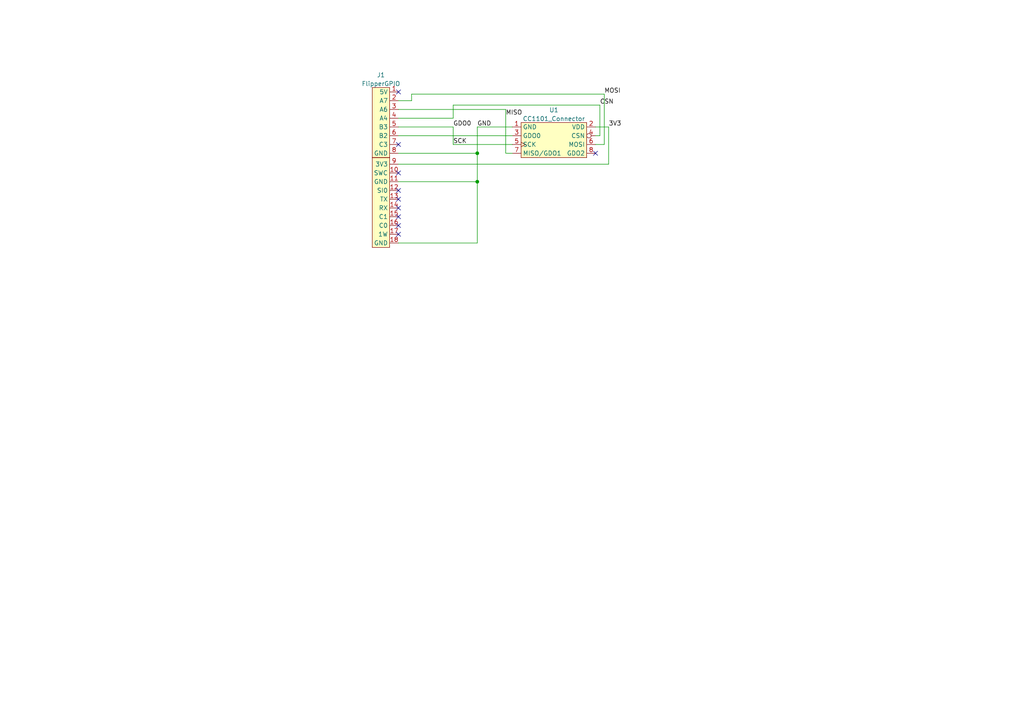
<source format=kicad_sch>
(kicad_sch (version 20211123) (generator eeschema)
  (paper "A4")
  (lib_symbols
    (symbol "Flipper:CC1101_Connector"
      (property "Reference" "U" (at 0 6.35 0))
      (property "Value" "CC1101_Connector" (at 0 3.81 0))
      (symbol "CC1101_Connector_0_0"
        (pin passive line (at -12.7 0 0) (length 2.54) (name "GND") (number "1"))
        (pin power_in line (at 11.43 0 180) (length 2.54) (name "VDD") (number "2"))
        (pin output line (at -12.7 -2.54 0) (length 2.54) (name "GDO0") (number "3"))
        (pin input inverted (at 11.43 -2.54 180) (length 2.54) (name "CSN") (number "4"))
        (pin input clock (at -12.7 -5.08 0) (length 2.54) (name "SCK") (number "5"))
        (pin input line (at 11.43 -5.08 180) (length 2.54) (name "MOSI") (number "6"))
        (pin output line (at -12.7 -7.62 0) (length 2.54) (name "MISO/GDO1") (number "7"))
        (pin output line (at 11.43 -7.62 180) (length 2.54) (name "GDO2") (number "8"))
      )
      (symbol "CC1101_Connector_0_1"
        (rectangle (start -10.16 1.27) (end 8.89 -8.89) (stroke (width 0.1524)) (fill (type background)))
      )
    )
    (symbol "Flipper:FlipperGPIO"
      (property "Reference" "J" (at 0 5.08 0))
      (property "Value" "FlipperGPIO" (at 0 3.175 0))
      (symbol "FlipperGPIO_0_0"
        (pin power_out line (at 2.54 0 180) (length 2.54) (name "5V") (number "1"))
        (pin bidirectional line (at 2.54 -23.495 180) (length 2.54) (name "SWC") (number "10"))
        (pin passive line (at 2.54 -26.035 180) (length 2.54) (name "GND") (number "11"))
        (pin bidirectional line (at 2.54 -28.575 180) (length 2.54) (name "SI0") (number "12"))
        (pin output line (at 2.54 -31.115 180) (length 2.54) (name "TX") (number "13"))
        (pin input line (at 2.54 -33.655 180) (length 2.54) (name "RX") (number "14"))
        (pin bidirectional line (at 2.54 -36.195 180) (length 2.54) (name "C1") (number "15"))
        (pin bidirectional line (at 2.54 -38.735 180) (length 2.54) (name "C0") (number "16"))
        (pin bidirectional line (at 2.54 -41.275 180) (length 2.54) (name "1W") (number "17"))
        (pin passive line (at 2.54 -43.815 180) (length 2.54) (name "GND") (number "18"))
        (pin bidirectional line (at 2.54 -2.54 180) (length 2.54) (name "A7") (number "2"))
        (pin bidirectional line (at 2.54 -5.08 180) (length 2.54) (name "A6") (number "3"))
        (pin bidirectional line (at 2.54 -7.62 180) (length 2.54) (name "A4") (number "4"))
        (pin bidirectional line (at 2.54 -10.16 180) (length 2.54) (name "B3") (number "5"))
        (pin bidirectional line (at 2.54 -12.7 180) (length 2.54) (name "B2") (number "6"))
        (pin bidirectional line (at 2.54 -15.24 180) (length 2.54) (name "C3") (number "7"))
        (pin passive line (at 2.54 -17.78 180) (length 2.54) (name "GND") (number "8"))
        (pin power_out line (at 2.54 -20.955 180) (length 2.54) (name "3V3") (number "9"))
      )
      (symbol "FlipperGPIO_0_1"
        (rectangle (start -5.08 -19.05) (end 0 -45.085) (stroke (width 0.1524)) (fill (type background)))
        (rectangle (start -5.08 1.27) (end 0 -19.05) (stroke (width 0.1524)) (fill (type background)))
      )
    )
  )
  (junction (at 138.43 44.45))
  (junction (at 138.43 52.705))
  (no_connect (at 115.57 65.405))
  (no_connect (at 115.57 57.785))
  (no_connect (at 115.57 67.945))
  (no_connect (at 115.57 55.245))
  (no_connect (at 115.57 62.865))
  (no_connect (at 115.57 60.325))
  (no_connect (at 115.57 50.165))
  (no_connect (at 115.57 26.67))
  (no_connect (at 115.57 41.91))
  (no_connect (at 172.72 44.45))
  (wire (pts (xy 148.59 36.83) (xy 138.43 36.83)))
  (wire (pts (xy 175.26 41.91) (xy 175.26 27.305)))
  (wire (pts (xy 115.57 52.705) (xy 138.43 52.705)))
  (wire (pts (xy 172.72 41.91) (xy 175.26 41.91)))
  (wire (pts (xy 115.57 39.37) (xy 148.59 39.37)))
  (wire (pts (xy 131.445 36.83) (xy 115.57 36.83)))
  (wire (pts (xy 131.445 34.29) (xy 115.57 34.29)))
  (wire (pts (xy 131.445 41.91) (xy 131.445 36.83)))
  (wire (pts (xy 119.38 27.305) (xy 119.38 29.21)))
  (wire (pts (xy 119.38 29.21) (xy 115.57 29.21)))
  (wire (pts (xy 138.43 44.45) (xy 115.57 44.45)))
  (wire (pts (xy 115.57 31.75) (xy 146.685 31.75)))
  (wire (pts (xy 146.685 31.75) (xy 146.685 44.45)))
  (wire (pts (xy 146.685 44.45) (xy 148.59 44.45)))
  (wire (pts (xy 175.26 27.305) (xy 119.38 27.305)))
  (wire (pts (xy 138.43 70.485) (xy 115.57 70.485)))
  (wire (pts (xy 138.43 44.45) (xy 138.43 52.705)))
  (wire (pts (xy 173.99 39.37) (xy 173.99 30.48)))
  (wire (pts (xy 173.99 30.48) (xy 131.445 30.48)))
  (wire (pts (xy 148.59 41.91) (xy 131.445 41.91)))
  (wire (pts (xy 138.43 52.705) (xy 138.43 70.485)))
  (wire (pts (xy 172.72 39.37) (xy 173.99 39.37)))
  (wire (pts (xy 131.445 30.48) (xy 131.445 34.29)))
  (wire (pts (xy 172.72 36.83) (xy 176.53 36.83)))
  (wire (pts (xy 138.43 36.83) (xy 138.43 44.45)))
  (wire (pts (xy 115.57 47.625) (xy 176.53 47.625)))
  (wire (pts (xy 176.53 47.625) (xy 176.53 36.83)))
  (label "GND" (at 138.43 36.83 0))
  (label "MISO" (at 146.685 33.655 0))
  (label "CSN" (at 173.99 30.48 0))
  (label "MOSI" (at 175.26 27.305 0))
  (label "GDO0" (at 131.445 36.83 0))
  (label "3V3" (at 176.53 36.83 0))
  (label "SCK" (at 131.445 41.91 0))
  (symbol (lib_id "Flipper:FlipperGPIO") (at 113.03 26.67 0) (unit 1)
    (property "Reference" "J1" (at 110.49 21.751 0))
    (property "Value" "FlipperGPIO" (at 110.49 24.2879 0))
    (property "Footprint" "Flipper:FlipperGPIO" (effects hide))
  )
  (symbol (lib_id "Flipper:CC1101_Connector") (at 161.29 36.83 0) (unit 1)
    (property "Reference" "U1" (at 160.655 31.911 0))
    (property "Value" "CC1101_Connector" (at 160.655 34.4479 0))
    (property "Footprint" "Connector_PinHeader_2.54mm:PinHeader_2x04_P2.54mm_Vertical" (effects hide))
  )
)
</source>
